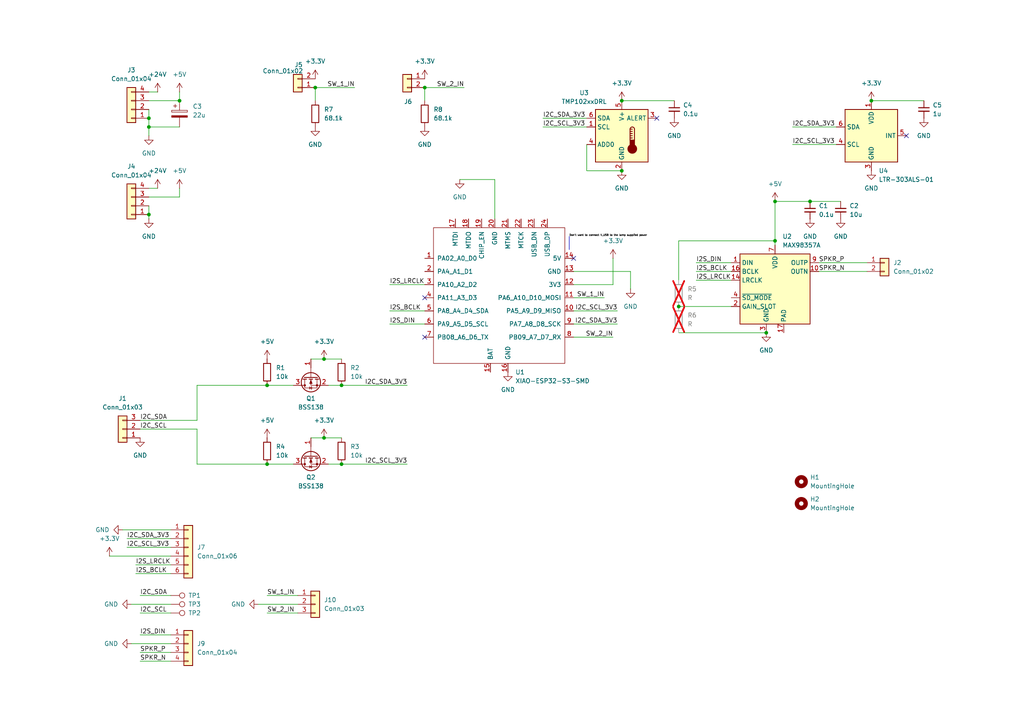
<source format=kicad_sch>
(kicad_sch (version 20250114) (generator "eeschema") (generator_version "9.0")
  (paper "A4")
  (lib_symbols
    (symbol "Audio:MAX98357A"
      (property "Reference" "U" (at -8.89 11.43 0))
      (property "Value" "MAX98357A" (at 10.16 11.43 0))
      (symbol "MAX98357A_1_1"
        (rectangle (start -10.16 10.16) (end 10.16 -10.16) (stroke (width 0.254)) (fill (type background)))
        (pin input line (at -12.7 7.62 0) (length 2.54) (name "DIN") (number "1"))
        (pin input line (at -12.7 5.08 0) (length 2.54) (name "BCLK") (number "16"))
        (pin input line (at -12.7 2.54 0) (length 2.54) (name "LRCLK") (number "14"))
        (pin input line (at -12.7 -2.54 0) (length 2.54) (name "~{SD_MODE}") (number "4"))
        (pin passive line (at -12.7 -5.08 0) (length 2.54) (name "GAIN_SLOT") (number "2"))
        (pin passive line (at -2.54 -12.7 90) (length 2.54) (hide yes) (name "GND") (number "11"))
        (pin passive line (at -2.54 -12.7 90) (length 2.54) (hide yes) (name "GND") (number "15"))
        (pin power_in line (at -2.54 -12.7 90) (length 2.54) (name "GND") (number "3"))
        (pin power_in line (at 0 12.7 270) (length 2.54) (name "VDD") (number "7"))
        (pin passive line (at 0 12.7 270) (length 2.54) (hide yes) (name "VDD") (number "8"))
        (pin unspecified line (at 2.54 -12.7 90) (length 2.54) (name "PAD") (number "17"))
        (pin no_connect line (at 10.16 2.54 180) (length 2.54) (hide yes) (name "NC") (number "5"))
        (pin no_connect line (at 10.16 0 180) (length 2.54) (hide yes) (name "NC") (number "6"))
        (pin no_connect line (at 10.16 -5.08 180) (length 2.54) (hide yes) (name "NC") (number "12"))
        (pin no_connect line (at 10.16 -7.62 180) (length 2.54) (hide yes) (name "NC") (number "13"))
        (pin output line (at 12.7 7.62 180) (length 2.54) (name "OUTP") (number "9"))
        (pin output line (at 12.7 5.08 180) (length 2.54) (name "OUTN") (number "10"))
      )
    )
    (symbol "Connector:TestPoint" (pin_numbers (hide yes)) (pin_names (offset 0.762) (hide yes))
      (property "Reference" "TP" (at 0 6.858 0))
      (property "Value" "TestPoint" (at 0 5.08 0))
      (symbol "TestPoint_0_1"
        (circle (center 0 3.302) (radius 0.762))
      )
      (symbol "TestPoint_1_1"
        (pin passive line (at 0 0 90) (length 2.54) (name "1") (number "1"))
      )
    )
    (symbol "Connector_Generic:Conn_01x02" (pin_names (offset 1.016) (hide yes))
      (property "Reference" "J" (at 0 2.54 0))
      (property "Value" "Conn_01x02" (at 0 -5.08 0))
      (symbol "Conn_01x02_1_1"
        (rectangle (start -1.27 1.27) (end 1.27 -3.81) (stroke (width 0.254)) (fill (type background)))
        (rectangle (start -1.27 0.127) (end 0 -0.127) (stroke (width 0.1524)))
        (rectangle (start -1.27 -2.413) (end 0 -2.667) (stroke (width 0.1524)))
        (pin passive line (at -5.08 0 0) (length 3.81) (name "Pin_1") (number "1"))
        (pin passive line (at -5.08 -2.54 0) (length 3.81) (name "Pin_2") (number "2"))
      )
    )
    (symbol "Connector_Generic:Conn_01x03" (pin_names (offset 1.016) (hide yes))
      (property "Reference" "J" (at 0 5.08 0))
      (property "Value" "Conn_01x03" (at 0 -5.08 0))
      (symbol "Conn_01x03_1_1"
        (rectangle (start -1.27 3.81) (end 1.27 -3.81) (stroke (width 0.254)) (fill (type background)))
        (rectangle (start -1.27 2.667) (end 0 2.413) (stroke (width 0.1524)))
        (rectangle (start -1.27 0.127) (end 0 -0.127) (stroke (width 0.1524)))
        (rectangle (start -1.27 -2.413) (end 0 -2.667) (stroke (width 0.1524)))
        (pin passive line (at -5.08 2.54 0) (length 3.81) (name "Pin_1") (number "1"))
        (pin passive line (at -5.08 0 0) (length 3.81) (name "Pin_2") (number "2"))
        (pin passive line (at -5.08 -2.54 0) (length 3.81) (name "Pin_3") (number "3"))
      )
    )
    (symbol "Connector_Generic:Conn_01x04" (pin_names (offset 1.016) (hide yes))
      (property "Reference" "J" (at 0 5.08 0))
      (property "Value" "Conn_01x04" (at 0 -7.62 0))
      (symbol "Conn_01x04_1_1"
        (rectangle (start -1.27 3.81) (end 1.27 -6.35) (stroke (width 0.254)) (fill (type background)))
        (rectangle (start -1.27 2.667) (end 0 2.413) (stroke (width 0.1524)))
        (rectangle (start -1.27 0.127) (end 0 -0.127) (stroke (width 0.1524)))
        (rectangle (start -1.27 -2.413) (end 0 -2.667) (stroke (width 0.1524)))
        (rectangle (start -1.27 -4.953) (end 0 -5.207) (stroke (width 0.1524)))
        (pin passive line (at -5.08 2.54 0) (length 3.81) (name "Pin_1") (number "1"))
        (pin passive line (at -5.08 0 0) (length 3.81) (name "Pin_2") (number "2"))
        (pin passive line (at -5.08 -2.54 0) (length 3.81) (name "Pin_3") (number "3"))
        (pin passive line (at -5.08 -5.08 0) (length 3.81) (name "Pin_4") (number "4"))
      )
    )
    (symbol "Connector_Generic:Conn_01x06" (pin_names (offset 1.016) (hide yes))
      (property "Reference" "J" (at 0 7.62 0))
      (property "Value" "Conn_01x06" (at 0 -10.16 0))
      (symbol "Conn_01x06_1_1"
        (rectangle (start -1.27 6.35) (end 1.27 -8.89) (stroke (width 0.254)) (fill (type background)))
        (rectangle (start -1.27 5.207) (end 0 4.953) (stroke (width 0.1524)))
        (rectangle (start -1.27 2.667) (end 0 2.413) (stroke (width 0.1524)))
        (rectangle (start -1.27 0.127) (end 0 -0.127) (stroke (width 0.1524)))
        (rectangle (start -1.27 -2.413) (end 0 -2.667) (stroke (width 0.1524)))
        (rectangle (start -1.27 -4.953) (end 0 -5.207) (stroke (width 0.1524)))
        (rectangle (start -1.27 -7.493) (end 0 -7.747) (stroke (width 0.1524)))
        (pin passive line (at -5.08 5.08 0) (length 3.81) (name "Pin_1") (number "1"))
        (pin passive line (at -5.08 2.54 0) (length 3.81) (name "Pin_2") (number "2"))
        (pin passive line (at -5.08 0 0) (length 3.81) (name "Pin_3") (number "3"))
        (pin passive line (at -5.08 -2.54 0) (length 3.81) (name "Pin_4") (number "4"))
        (pin passive line (at -5.08 -5.08 0) (length 3.81) (name "Pin_5") (number "5"))
        (pin passive line (at -5.08 -7.62 0) (length 3.81) (name "Pin_6") (number "6"))
      )
    )
    (symbol "Device:C_Polarized" (pin_numbers (hide yes)) (pin_names (offset 0.254))
      (property "Reference" "C" (at 0.635 2.54 0))
      (property "Value" "C_Polarized" (at 0.635 -2.54 0))
      (symbol "C_Polarized_0_1"
        (rectangle (start -2.286 0.508) (end 2.286 1.016))
        (polyline (pts (xy -1.778 2.286) (xy -0.762 2.286)))
        (polyline (pts (xy -1.27 2.794) (xy -1.27 1.778)))
        (rectangle (start 2.286 -0.508) (end -2.286 -1.016) (fill (type outline)))
      )
      (symbol "C_Polarized_1_1"
        (pin passive line (at 0 3.81 270) (length 2.794) (name "~") (number "1"))
        (pin passive line (at 0 -3.81 90) (length 2.794) (name "~") (number "2"))
      )
    )
    (symbol "Device:C_Small" (pin_numbers (hide yes)) (pin_names (offset 0.254) (hide yes))
      (property "Reference" "C" (at 0.254 1.778 0))
      (property "Value" "C_Small" (at 0.254 -2.032 0))
      (symbol "C_Small_0_1"
        (polyline (pts (xy -1.524 0.508) (xy 1.524 0.508)) (stroke (width 0.3048)))
        (polyline (pts (xy -1.524 -0.508) (xy 1.524 -0.508)) (stroke (width 0.3302)))
      )
      (symbol "C_Small_1_1"
        (pin passive line (at 0 2.54 270) (length 2.032) (name "~") (number "1"))
        (pin passive line (at 0 -2.54 90) (length 2.032) (name "~") (number "2"))
      )
    )
    (symbol "Device:R" (pin_numbers (hide yes)) (pin_names (offset 0))
      (property "Reference" "R" (at 2.032 0 90))
      (property "Value" "R" (at 0 0 90))
      (symbol "R_0_1"
        (rectangle (start -1.016 -2.54) (end 1.016 2.54) (stroke (width 0.254)))
      )
      (symbol "R_1_1"
        (pin passive line (at 0 3.81 270) (length 1.27) (name "~") (number "1"))
        (pin passive line (at 0 -3.81 90) (length 1.27) (name "~") (number "2"))
      )
    )
    (symbol "Mechanical:MountingHole" (pin_names (offset 1.016)) (in_bom no)
      (property "Reference" "H" (at 0 5.08 0))
      (property "Value" "MountingHole" (at 0 3.175 0))
      (symbol "MountingHole_0_1"
        (circle (center 0 0) (radius 1.27) (stroke (width 1.27)))
      )
    )
    (symbol "Seeed_Studio_XIAO_Series-20240814:XIAO-ESP32-S3-SMD" (pin_names (offset 1.016))
      (property "Reference" "U" (at -18.542 23.114 0))
      (property "Value" "XIAO-ESP32-S3-SMD" (at -8.382 21.336 0))
      (symbol "XIAO-ESP32-S3-SMD_0_1"
        (rectangle (start 19.05 -19.05) (end -19.05 20.32))
      )
      (symbol "XIAO-ESP32-S3-SMD_1_1"
        (pin passive line (at -21.59 11.43 0) (length 2.54) (name "PA02_A0_D0") (number "1"))
        (pin passive line (at -21.59 7.62 0) (length 2.54) (name "PA4_A1_D1") (number "2"))
        (pin passive line (at -21.59 3.81 0) (length 2.54) (name "PA10_A2_D2") (number "3"))
        (pin passive line (at -21.59 0 0) (length 2.54) (name "PA11_A3_D3") (number "4"))
        (pin passive line (at -21.59 -3.81 0) (length 2.54) (name "PA8_A4_D4_SDA") (number "5"))
        (pin passive line (at -21.59 -7.62 0) (length 2.54) (name "PA9_A5_D5_SCL") (number "6"))
        (pin passive line (at -21.59 -11.43 0) (length 2.54) (name "PB08_A6_D6_TX") (number "7"))
        (pin passive line (at -12.7 22.86 270) (length 2.54) (name "MTDI") (number "17"))
        (pin passive line (at -8.89 22.86 270) (length 2.54) (name "MTDO") (number "18"))
        (pin passive line (at -5.08 22.86 270) (length 2.54) (name "CHIP_EN") (number "19"))
        (pin passive line (at -2.54 -21.59 90) (length 2.54) (name "BAT") (number "15"))
        (pin passive line (at -1.27 22.86 270) (length 2.54) (name "GND") (number "20"))
        (pin passive line (at 2.54 22.86 270) (length 2.54) (name "MTMS") (number "21"))
        (pin passive line (at 2.54 -21.59 90) (length 2.54) (name "GND") (number "16"))
        (pin passive line (at 6.35 22.86 270) (length 2.54) (name "MTCK") (number "22"))
        (pin passive line (at 10.16 22.86 270) (length 2.54) (name "USB_DN") (number "23"))
        (pin passive line (at 13.97 22.86 270) (length 2.54) (name "USB_DP") (number "24"))
        (pin passive line (at 21.59 11.43 180) (length 2.54) (name "5V") (number "14"))
        (pin passive line (at 21.59 7.62 180) (length 2.54) (name "GND") (number "13"))
        (pin passive line (at 21.59 3.81 180) (length 2.54) (name "3V3") (number "12"))
        (pin passive line (at 21.59 0 180) (length 2.54) (name "PA6_A10_D10_MOSI") (number "11"))
        (pin passive line (at 21.59 -3.81 180) (length 2.54) (name "PA5_A9_D9_MISO") (number "10"))
        (pin passive line (at 21.59 -7.62 180) (length 2.54) (name "PA7_A8_D8_SCK") (number "9"))
        (pin passive line (at 21.59 -11.43 180) (length 2.54) (name "PB09_A7_D7_RX") (number "8"))
      )
    )
    (symbol "Sensor_Optical:LTR-303ALS-01"
      (property "Reference" "U" (at -7.62 8.89 0))
      (property "Value" "LTR-303ALS-01" (at 1.27 8.89 0))
      (symbol "LTR-303ALS-01_0_1"
        (rectangle (start -7.62 7.62) (end 7.62 -7.62) (stroke (width 0.254)) (fill (type background)))
      )
      (symbol "LTR-303ALS-01_1_1"
        (pin bidirectional line (at -10.16 2.54 0) (length 2.54) (name "SDA") (number "6"))
        (pin input line (at -10.16 -2.54 0) (length 2.54) (name "SCL") (number "4"))
        (pin power_in line (at 0 10.16 270) (length 2.54) (name "VDD") (number "1"))
        (pin power_in line (at 0 -10.16 90) (length 2.54) (name "GND") (number "3"))
        (pin no_connect line (at 7.62 -2.54 180) (length 2.54) (hide yes) (name "NC") (number "2"))
        (pin open_collector line (at 10.16 0 180) (length 2.54) (name "INT") (number "5"))
      )
    )
    (symbol "Sensor_Temperature:TMP102xxDRL"
      (property "Reference" "U" (at -2.54 10.795 0))
      (property "Value" "TMP102xxDRL" (at -2.54 8.89 0))
      (symbol "TMP102xxDRL_0_1"
        (rectangle (start -7.62 7.62) (end 7.62 -7.62) (stroke (width 0.254)) (fill (type background)))
      )
      (symbol "TMP102xxDRL_1_1"
        (polyline (pts (xy 2.413 1.905) (xy 2.413 -1.27)) (stroke (width 0.254)))
        (polyline (pts (xy 2.413 1.905) (xy 3.048 1.905)) (stroke (width 0.254)))
        (polyline (pts (xy 2.413 1.27) (xy 3.048 1.27)) (stroke (width 0.254)))
        (polyline (pts (xy 2.413 0.635) (xy 3.048 0.635)) (stroke (width 0.254)))
        (polyline (pts (xy 2.413 0) (xy 3.048 0)) (stroke (width 0.254)))
        (polyline (pts (xy 2.413 -0.635) (xy 3.048 -0.635)) (stroke (width 0.254)))
        (arc (start 2.413 1.905) (mid 3.048 2.5373) (end 3.683 1.905) (stroke (width 0.254)))
        (circle (center 3.048 -3.81) (radius 1.27) (stroke (width 0.254)) (fill (type outline)))
        (polyline (pts (xy 3.683 1.905) (xy 3.683 -1.27)) (stroke (width 0.254)))
        (rectangle (start 3.683 -3.175) (end 2.413 -1.27) (stroke (width 0.254)) (fill (type outline)))
        (pin bidirectional line (at -10.16 5.08 0) (length 2.54) (name "SDA") (number "6"))
        (pin input line (at -10.16 2.54 0) (length 2.54) (name "SCL") (number "1"))
        (pin input line (at -10.16 -2.54 0) (length 2.54) (name "ADD0") (number "4"))
        (pin power_in line (at 0 10.16 270) (length 2.54) (name "V+") (number "5"))
        (pin power_in line (at 0 -10.16 90) (length 2.54) (name "GND") (number "2"))
        (pin open_collector line (at 10.16 5.08 180) (length 2.54) (name "ALERT") (number "3"))
      )
    )
    (symbol "Transistor_FET:BSS138" (pin_names (offset 0) (hide yes))
      (property "Reference" "Q" (at 5.08 1.905 0))
      (property "Value" "BSS138" (at 5.08 0 0))
      (symbol "BSS138_0_1"
        (polyline (pts (xy 0.254 1.905) (xy 0.254 -1.905)) (stroke (width 0.254)))
        (polyline (pts (xy 0.254 0) (xy -2.54 0)))
        (polyline (pts (xy 0.762 2.286) (xy 0.762 1.27)) (stroke (width 0.254)))
        (polyline (pts (xy 0.762 0.508) (xy 0.762 -0.508)) (stroke (width 0.254)))
        (polyline (pts (xy 0.762 -1.27) (xy 0.762 -2.286)) (stroke (width 0.254)))
        (polyline (pts (xy 0.762 -1.778) (xy 3.302 -1.778) (xy 3.302 1.778) (xy 0.762 1.778)))
        (polyline (pts (xy 1.016 0) (xy 2.032 0.381) (xy 2.032 -0.381) (xy 1.016 0)) (fill (type outline)))
        (circle (center 1.651 0) (radius 2.794) (stroke (width 0.254)))
        (polyline (pts (xy 2.54 2.54) (xy 2.54 1.778)))
        (circle (center 2.54 1.778) (radius 0.254) (fill (type outline)))
        (circle (center 2.54 -1.778) (radius 0.254) (fill (type outline)))
        (polyline (pts (xy 2.54 -2.54) (xy 2.54 0) (xy 0.762 0)))
        (polyline (pts (xy 2.921 0.381) (xy 3.683 0.381)))
        (polyline (pts (xy 3.302 0.381) (xy 2.921 -0.254) (xy 3.683 -0.254) (xy 3.302 0.381)))
      )
      (symbol "BSS138_1_1"
        (pin input line (at -5.08 0 0) (length 2.54) (name "G") (number "1"))
        (pin passive line (at 2.54 5.08 270) (length 2.54) (name "D") (number "3"))
        (pin passive line (at 2.54 -5.08 90) (length 2.54) (name "S") (number "2"))
      )
    )
    (symbol "power:+24V" (power) (pin_numbers (hide yes)) (pin_names (offset 0) (hide yes))
      (property "Value" "+24V" (at 0 3.556 0))
      (symbol "+24V_0_1"
        (polyline (pts (xy -0.762 1.27) (xy 0 2.54)))
        (polyline (pts (xy 0 2.54) (xy 0.762 1.27)))
        (polyline (pts (xy 0 0) (xy 0 2.54)))
      )
      (symbol "+24V_1_1"
        (pin power_in line (at 0 0 90) (length 0) (name "~") (number "1"))
      )
    )
    (symbol "power:+3.3V" (power) (pin_numbers (hide yes)) (pin_names (offset 0) (hide yes))
      (property "Value" "+3.3V" (at 0 3.556 0))
      (symbol "+3.3V_0_1"
        (polyline (pts (xy -0.762 1.27) (xy 0 2.54)))
        (polyline (pts (xy 0 2.54) (xy 0.762 1.27)))
        (polyline (pts (xy 0 0) (xy 0 2.54)))
      )
      (symbol "+3.3V_1_1"
        (pin power_in line (at 0 0 90) (length 0) (name "~") (number "1"))
      )
    )
    (symbol "power:+5V" (power) (pin_numbers (hide yes)) (pin_names (offset 0) (hide yes))
      (property "Value" "+5V" (at 0 3.556 0))
      (symbol "+5V_0_1"
        (polyline (pts (xy -0.762 1.27) (xy 0 2.54)))
        (polyline (pts (xy 0 2.54) (xy 0.762 1.27)))
        (polyline (pts (xy 0 0) (xy 0 2.54)))
      )
      (symbol "+5V_1_1"
        (pin power_in line (at 0 0 90) (length 0) (name "~") (number "1"))
      )
    )
    (symbol "power:GND" (power) (pin_numbers (hide yes)) (pin_names (offset 0) (hide yes))
      (property "Value" "GND" (at 0 -3.81 0))
      (symbol "GND_0_1"
        (polyline (pts (xy 0 0) (xy 0 -1.27) (xy 1.27 -1.27) (xy 0 -2.54) (xy -1.27 -1.27) (xy 0 -1.27)))
      )
      (symbol "GND_1_1"
        (pin power_in line (at 0 0 270) (length 0) (name "~") (number "1"))
      )
    )
  )
  (junction (at 196.85 88.9))
  (junction (at 93.98 104.14))
  (junction (at 123.19 25.4))
  (junction (at 91.44 25.4))
  (junction (at 180.34 29.21))
  (junction (at 43.18 34.29))
  (junction (at 222.25 96.52))
  (junction (at 224.79 69.85))
  (junction (at 224.79 58.42))
  (junction (at 180.34 49.53))
  (junction (at 93.98 127))
  (junction (at 234.95 58.42))
  (junction (at 99.06 134.62))
  (junction (at 77.47 111.76))
  (junction (at 77.47 134.62))
  (junction (at 99.06 111.76))
  (junction (at 43.18 36.83))
  (junction (at 252.73 29.21))
  (junction (at 52.07 29.21))
  (junction (at 43.18 62.23))
  (no_connect (at 190.5 34.29))
  (no_connect (at 123.19 97.79))
  (no_connect (at 262.89 39.37))
  (no_connect (at 123.19 86.36))
  (no_connect (at 166.37 74.93))
  (wire (pts (xy 180.34 49.53) (xy 170.18 49.53)))
  (wire (pts (xy 179.07 90.17) (xy 166.37 90.17)))
  (wire (pts (xy 40.64 124.46) (xy 57.15 124.46)))
  (wire (pts (xy 43.18 31.75) (xy 43.18 34.29)))
  (wire (pts (xy 196.85 81.28) (xy 196.85 69.85)))
  (wire (pts (xy 91.44 25.4) (xy 102.87 25.4)))
  (wire (pts (xy 180.34 29.21) (xy 195.58 29.21)))
  (wire (pts (xy 43.18 26.67) (xy 45.72 26.67)))
  (wire (pts (xy 91.44 25.4) (xy 91.44 29.21)))
  (wire (pts (xy 95.25 134.62) (xy 99.06 134.62)))
  (wire (pts (xy 224.79 58.42) (xy 224.79 69.85)))
  (wire (pts (xy 57.15 111.76) (xy 57.15 121.92)))
  (wire (pts (xy 57.15 134.62) (xy 77.47 134.62)))
  (wire (pts (xy 123.19 25.4) (xy 134.62 25.4)))
  (wire (pts (xy 113.03 90.17) (xy 123.19 90.17)))
  (wire (pts (xy 170.18 36.83) (xy 157.48 36.83)))
  (wire (pts (xy 77.47 134.62) (xy 85.09 134.62)))
  (polyline (pts (xy 165.1 68.58) (xy 165.1 72.39)))
  (wire (pts (xy 237.49 76.2) (xy 251.46 76.2)))
  (wire (pts (xy 201.93 81.28) (xy 212.09 81.28)))
  (wire (pts (xy 166.37 82.55) (xy 177.8 82.55)))
  (wire (pts (xy 170.18 49.53) (xy 170.18 41.91)))
  (wire (pts (xy 166.37 97.79) (xy 177.8 97.79)))
  (wire (pts (xy 157.48 34.29) (xy 170.18 34.29)))
  (wire (pts (xy 43.18 54.61) (xy 45.72 54.61)))
  (wire (pts (xy 99.06 111.76) (xy 118.11 111.76)))
  (wire (pts (xy 31.75 161.29) (xy 49.53 161.29)))
  (wire (pts (xy 234.95 58.42) (xy 243.84 58.42)))
  (wire (pts (xy 143.51 52.07) (xy 143.51 63.5)))
  (wire (pts (xy 40.64 177.8) (xy 49.53 177.8)))
  (wire (pts (xy 38.1 175.26) (xy 49.53 175.26)))
  (wire (pts (xy 43.18 36.83) (xy 43.18 39.37)))
  (wire (pts (xy 77.47 172.72) (xy 86.36 172.72)))
  (wire (pts (xy 99.06 134.62) (xy 118.11 134.62)))
  (wire (pts (xy 90.17 127) (xy 93.98 127)))
  (wire (pts (xy 229.87 36.83) (xy 242.57 36.83)))
  (wire (pts (xy 93.98 104.14) (xy 99.06 104.14)))
  (wire (pts (xy 93.98 127) (xy 99.06 127)))
  (wire (pts (xy 52.07 26.67) (xy 52.07 29.21)))
  (wire (pts (xy 196.85 69.85) (xy 224.79 69.85)))
  (wire (pts (xy 177.8 74.93) (xy 177.8 82.55)))
  (wire (pts (xy 40.64 191.77) (xy 49.53 191.77)))
  (wire (pts (xy 40.64 184.15) (xy 49.53 184.15)))
  (wire (pts (xy 40.64 172.72) (xy 49.53 172.72)))
  (wire (pts (xy 40.64 189.23) (xy 49.53 189.23)))
  (wire (pts (xy 201.93 78.74) (xy 212.09 78.74)))
  (wire (pts (xy 39.37 166.37) (xy 49.53 166.37)))
  (wire (pts (xy 90.17 104.14) (xy 93.98 104.14)))
  (wire (pts (xy 242.57 41.91) (xy 229.87 41.91)))
  (wire (pts (xy 224.79 69.85) (xy 224.79 71.12)))
  (wire (pts (xy 43.18 62.23) (xy 43.18 63.5)))
  (wire (pts (xy 43.18 57.15) (xy 52.07 57.15)))
  (wire (pts (xy 43.18 36.83) (xy 52.07 36.83)))
  (wire (pts (xy 196.85 96.52) (xy 222.25 96.52)))
  (wire (pts (xy 224.79 58.42) (xy 234.95 58.42)))
  (wire (pts (xy 39.37 163.83) (xy 49.53 163.83)))
  (wire (pts (xy 133.35 52.07) (xy 143.51 52.07)))
  (wire (pts (xy 166.37 78.74) (xy 182.88 78.74)))
  (wire (pts (xy 36.83 156.21) (xy 49.53 156.21)))
  (wire (pts (xy 166.37 86.36) (xy 175.26 86.36)))
  (wire (pts (xy 74.93 175.26) (xy 86.36 175.26)))
  (wire (pts (xy 123.19 25.4) (xy 123.19 29.21)))
  (wire (pts (xy 182.88 78.74) (xy 182.88 83.82)))
  (wire (pts (xy 77.47 177.8) (xy 86.36 177.8)))
  (wire (pts (xy 113.03 82.55) (xy 123.19 82.55)))
  (wire (pts (xy 57.15 111.76) (xy 77.47 111.76)))
  (wire (pts (xy 52.07 54.61) (xy 52.07 57.15)))
  (wire (pts (xy 43.18 29.21) (xy 52.07 29.21)))
  (wire (pts (xy 38.1 186.69) (xy 49.53 186.69)))
  (wire (pts (xy 43.18 59.69) (xy 43.18 62.23)))
  (wire (pts (xy 237.49 78.74) (xy 251.46 78.74)))
  (wire (pts (xy 77.47 111.76) (xy 85.09 111.76)))
  (wire (pts (xy 36.83 158.75) (xy 49.53 158.75)))
  (wire (pts (xy 196.85 88.9) (xy 212.09 88.9)))
  (wire (pts (xy 57.15 121.92) (xy 40.64 121.92)))
  (wire (pts (xy 201.93 76.2) (xy 212.09 76.2)))
  (wire (pts (xy 43.18 34.29) (xy 43.18 36.83)))
  (wire (pts (xy 57.15 124.46) (xy 57.15 134.62)))
  (wire (pts (xy 95.25 111.76) (xy 99.06 111.76)))
  (wire (pts (xy 113.03 93.98) (xy 123.19 93.98)))
  (wire (pts (xy 179.07 93.98) (xy 166.37 93.98)))
  (wire (pts (xy 35.56 153.67) (xy 49.53 153.67)))
  (wire (pts (xy 252.73 29.21) (xy 267.97 29.21)))
  (label "SW_2_IN" (at 177.8 97.79 180))
  (label "I2C_SCL_3V3" (at 157.48 36.83 0))
  (label "I2C_SCL_3V3" (at 118.11 134.62 180))
  (label "I2C_SDA_3V3" (at 179.07 93.98 180))
  (label "SW_1_IN" (at 77.47 172.72 0))
  (label "I2C_SDA_3V3" (at 36.83 156.21 0))
  (label "I2C_SDA" (at 40.64 172.72 0))
  (label "I2S_BCLK" (at 113.03 90.17 0))
  (label "SPKR_P" (at 237.49 76.2 0))
  (label "SPKR_N" (at 237.49 78.74 0))
  (label "SW_2_IN" (at 77.47 177.8 0))
  (label "SW_2_IN" (at 134.62 25.4 180))
  (label "I2S_BCLK" (at 39.37 166.37 0))
  (label "I2S_DIN" (at 113.03 93.98 0))
  (label "Don't want to connect V_USB to the lamp supplied power" (at 165.1 68.58 0) (effects (font (size 0.508 0.508))))
  (label "I2C_SDA_3V3" (at 157.48 34.29 0))
  (label "I2C_SCL_3V3" (at 36.83 158.75 0))
  (label "SPKR_N" (at 40.64 191.77 0))
  (label "I2S_BCLK" (at 201.93 78.74 0))
  (label "I2S_LRCLK" (at 113.03 82.55 0))
  (label "I2S_LRCLK" (at 39.37 163.83 0))
  (label "I2C_SCL" (at 40.64 177.8 0))
  (label "SW_1_IN" (at 175.26 86.36 180))
  (label "I2S_LRCLK" (at 201.93 81.28 0))
  (label "I2C_SCL" (at 40.64 124.46 0))
  (label "I2C_SDA_3V3" (at 229.87 36.83 0))
  (label "SW_1_IN" (at 102.87 25.4 180))
  (label "I2C_SCL_3V3" (at 179.07 90.17 180))
  (label "I2C_SDA" (at 40.64 121.92 0))
  (label "I2C_SDA_3V3" (at 118.11 111.76 180))
  (label "I2C_SCL_3V3" (at 229.87 41.91 0))
  (label "I2S_DIN" (at 201.93 76.2 0))
  (label "I2S_DIN" (at 40.64 184.15 0))
  (label "SPKR_P" (at 40.64 189.23 0))
  (symbol (lib_id "Mechanical:MountingHole") (at 232.41 146.05 0) (unit 1) (in_bom no)
    (property "Reference" "H2" (at 234.95 144.7799 0) (effects (justify left)))
    (property "Value" "MountingHole" (at 234.95 147.3199 0) (effects (justify left)))
    (property "Footprint" "MountingHole:MountingHole_2.2mm_M2" (effects (hide yes)))
    (property "Description" "Mounting Hole without connection" (effects (hide yes)))
  )
  (symbol (lib_id "power:GND") (at 43.18 39.37 0) (unit 1)
    (property "Reference" "#PWR01" (effects (hide yes)))
    (property "Value" "GND" (at 43.18 44.45 0))
    (property "Description" "Power symbol creates a global label with name \"GND\" , ground" (effects (hide yes)))
  )
  (symbol (lib_id "Connector_Generic:Conn_01x02") (at 86.36 25.4 180) (unit 1)
    (property "Reference" "J5" (at 86.614 18.796 0))
    (property "Value" "Conn_01x02" (at 82.042 20.574 0))
    (property "Footprint" "Connector_JST:JST_PH_B2B-PH-K_1x02_P2.00mm_Vertical" (effects (hide yes)))
    (property "Description" "Generic connector, single row, 01x02, script generated (kicad-library-utils/schlib/autogen/connector/)" (effects (hide yes)))
  )
  (symbol (lib_id "power:GND") (at 147.32 107.95 0) (unit 1)
    (property "Reference" "#PWR04" (effects (hide yes)))
    (property "Value" "GND" (at 147.32 113.03 0))
    (property "Description" "Power symbol creates a global label with name \"GND\" , ground" (effects (hide yes)))
  )
  (symbol (lib_id "power:GND") (at 38.1 175.26 270) (unit 1)
    (property "Reference" "#PWR032" (effects (hide yes)))
    (property "Value" "GND" (at 34.29 175.2599 90) (effects (justify right)))
    (property "Description" "Power symbol creates a global label with name \"GND\" , ground" (effects (hide yes)))
  )
  (symbol (lib_id "Connector_Generic:Conn_01x06") (at 54.61 158.75 0) (unit 1)
    (property "Reference" "J7" (at 57.15 158.7499 0) (effects (justify left)))
    (property "Value" "Conn_01x06" (at 57.15 161.2899 0) (effects (justify left)))
    (property "Footprint" "Connector_PinHeader_1.00mm:PinHeader_1x06_P1.00mm_Vertical" (effects (hide yes)))
    (property "Description" "Generic connector, single row, 01x06, script generated (kicad-library-utils/schlib/autogen/connector/)" (effects (hide yes)))
  )
  (symbol (lib_id "Device:R") (at 99.06 130.81 0) (unit 1)
    (property "Reference" "R3" (at 101.6 129.5399 0) (effects (justify left)))
    (property "Value" "10k" (at 101.6 132.0799 0) (effects (justify left)))
    (property "Footprint" "Resistor_SMD:R_0603_1608Metric" (effects (hide yes)))
    (property "Description" "Resistor" (effects (hide yes)))
  )
  (symbol (lib_id "Device:R") (at 123.19 33.02 0) (unit 1)
    (property "Reference" "R8" (at 125.73 31.7499 0) (effects (justify left)))
    (property "Value" "68.1k" (at 125.73 34.2899 0) (effects (justify left)))
    (property "Footprint" "Resistor_SMD:R_0603_1608Metric" (effects (hide yes)))
    (property "Description" "Resistor" (effects (hide yes)))
  )
  (symbol (lib_id "Seeed_Studio_XIAO_Series-20240814:XIAO-ESP32-S3-SMD") (at 144.78 86.36 0) (unit 1)
    (property "Reference" "U1" (at 149.4633 107.95 0) (effects (justify left)))
    (property "Value" "XIAO-ESP32-S3-SMD" (at 149.4633 110.49 0) (effects (justify left)))
    (property "Footprint" "Seeed_Studio_XIAO_Series:XIAO-ESP32-S3-SMD" (effects (hide yes)))
  )
  (symbol (lib_id "power:GND") (at 182.88 83.82 0) (unit 1)
    (property "Reference" "#PWR016" (effects (hide yes)))
    (property "Value" "GND" (at 182.88 88.9 0))
    (property "Description" "Power symbol creates a global label with name \"GND\" , ground" (effects (hide yes)))
  )
  (symbol (lib_id "Audio:MAX98357A") (at 224.79 83.82 0) (unit 1)
    (property "Reference" "U2" (at 226.9333 68.58 0) (effects (justify left)))
    (property "Value" "MAX98357A" (at 226.9333 71.12 0) (effects (justify left)))
    (property "Footprint" "Package_DFN_QFN:TQFN-16-1EP_3x3mm_P0.5mm_EP1.23x1.23mm" (effects (hide yes)))
    (property "Datasheet" "https://www.analog.com/media/en/technical-documentation/data-sheets/MAX98357A-MAX98357B.pdf" (effects (hide yes)))
    (property "Description" "Mono DAC with amplifier, I2S, PCM, TDM, 32-bit, 96khz, 3.2W, TQFP-16" (effects (hide yes)))
  )
  (symbol (lib_id "power:+24V") (at 45.72 26.67 0) (unit 1)
    (property "Reference" "#PWR02" (effects (hide yes)))
    (property "Value" "+24V" (at 45.72 21.59 0))
    (property "Description" "Power symbol creates a global label with name \"+24V\"" (effects (hide yes)))
  )
  (symbol (lib_id "Connector_Generic:Conn_01x02") (at 118.11 22.86 0) (mirror y) (unit 1)
    (property "Reference" "J6" (at 118.364 29.464 0))
    (property "Value" "Conn_01x02" (effects (hide yes)))
    (property "Footprint" "Connector_JST:JST_PH_B2B-PH-K_1x02_P2.00mm_Vertical" (effects (hide yes)))
    (property "Description" "Generic connector, single row, 01x02, script generated (kicad-library-utils/schlib/autogen/connector/)" (effects (hide yes)))
  )
  (symbol (lib_id "Connector:TestPoint") (at 49.53 172.72 270) (unit 1)
    (property "Reference" "TP1" (at 54.61 172.7199 90) (effects (justify left)))
    (property "Value" "TestPoint" (effects (hide yes)))
    (property "Footprint" "TestPoint:TestPoint_Pad_D1.5mm" (effects (hide yes)))
    (property "Description" "test point" (effects (hide yes)))
  )
  (symbol (lib_id "power:GND") (at 91.44 36.83 0) (unit 1)
    (property "Reference" "#PWR022" (effects (hide yes)))
    (property "Value" "GND" (at 91.44 41.91 0))
    (property "Description" "Power symbol creates a global label with name \"GND\" , ground" (effects (hide yes)))
  )
  (symbol (lib_id "power:GND") (at 267.97 34.29 0) (unit 1)
    (property "Reference" "#PWR028" (effects (hide yes)))
    (property "Value" "GND" (at 267.97 39.37 0))
    (property "Description" "Power symbol creates a global label with name \"GND\" , ground" (effects (hide yes)))
  )
  (symbol (lib_id "power:GND") (at 195.58 34.29 0) (unit 1)
    (property "Reference" "#PWR027" (effects (hide yes)))
    (property "Value" "GND" (at 195.58 39.37 0))
    (property "Description" "Power symbol creates a global label with name \"GND\" , ground" (effects (hide yes)))
  )
  (symbol (lib_id "power:+3.3V") (at 180.34 29.21 0) (unit 1)
    (property "Reference" "#PWR025" (effects (hide yes)))
    (property "Value" "+3.3V" (at 180.34 24.13 0))
    (property "Description" "Power symbol creates a global label with name \"+3.3V\"" (effects (hide yes)))
  )
  (symbol (lib_id "Connector:TestPoint") (at 49.53 175.26 270) (unit 1)
    (property "Reference" "TP3" (at 54.61 175.2599 90) (effects (justify left)))
    (property "Value" "TestPoint" (effects (hide yes)))
    (property "Footprint" "TestPoint:TestPoint_Pad_D1.5mm" (effects (hide yes)))
    (property "Description" "test point" (effects (hide yes)))
  )
  (symbol (lib_id "Connector_Generic:Conn_01x04") (at 38.1 31.75 180) (unit 1)
    (property "Reference" "J3" (at 38.1 20.32 0))
    (property "Value" "Conn_01x04" (at 38.1 22.86 0))
    (property "Footprint" "Connector_JST:JST_PH_S4B-PH-K_1x04_P2.00mm_Horizontal" (effects (hide yes)))
    (property "Description" "Generic connector, single row, 01x04, script generated (kicad-library-utils/schlib/autogen/connector/)" (effects (hide yes)))
  )
  (symbol (lib_id "power:+5V") (at 77.47 104.14 0) (unit 1)
    (property "Reference" "#PWR08" (effects (hide yes)))
    (property "Value" "+5V" (at 77.47 99.06 0))
    (property "Description" "Power symbol creates a global label with name \"+5V\"" (effects (hide yes)))
  )
  (symbol (lib_id "Mechanical:MountingHole") (at 232.41 139.7 0) (unit 1) (in_bom no)
    (property "Reference" "H1" (at 234.95 138.4299 0) (effects (justify left)))
    (property "Value" "MountingHole" (at 234.95 140.9699 0) (effects (justify left)))
    (property "Footprint" "MountingHole:MountingHole_2.2mm_M2" (effects (hide yes)))
    (property "Description" "Mounting Hole without connection" (effects (hide yes)))
  )
  (symbol (lib_id "power:+3.3V") (at 31.75 161.29 0) (unit 1)
    (property "Reference" "#PWR031" (effects (hide yes)))
    (property "Value" "+3.3V" (at 31.75 156.21 0))
    (property "Description" "Power symbol creates a global label with name \"+3.3V\"" (effects (hide yes)))
  )
  (symbol (lib_id "power:+5V") (at 224.79 58.42 0) (unit 1)
    (property "Reference" "#PWR05" (effects (hide yes)))
    (property "Value" "+5V" (at 224.79 53.34 0))
    (property "Description" "Power symbol creates a global label with name \"+5V\"" (effects (hide yes)))
  )
  (symbol (lib_id "Device:C_Small") (at 195.58 31.75 0) (unit 1)
    (property "Reference" "C4" (at 198.12 30.4862 0) (effects (justify left)))
    (property "Value" "0.1u" (at 198.12 33.0262 0) (effects (justify left)))
    (property "Footprint" "Capacitor_SMD:C_0603_1608Metric" (effects (hide yes)))
    (property "Description" "Unpolarized capacitor, small symbol" (effects (hide yes)))
  )
  (symbol (lib_id "Transistor_FET:BSS138") (at 90.17 109.22 90) (mirror x) (unit 1)
    (property "Reference" "Q1" (at 90.17 115.57 90))
    (property "Value" "BSS138" (at 90.17 118.11 90))
    (property "Footprint" "Package_TO_SOT_SMD:SOT-23" (effects (hide yes)))
    (property "Datasheet" "https://www.onsemi.com/pub/Collateral/BSS138-D.PDF" (effects (hide yes)))
    (property "Description" "50V Vds, 0.22A Id, N-Channel MOSFET, SOT-23" (effects (hide yes)))
  )
  (symbol (lib_id "power:GND") (at 123.19 36.83 0) (unit 1)
    (property "Reference" "#PWR024" (effects (hide yes)))
    (property "Value" "GND" (at 123.19 41.91 0))
    (property "Description" "Power symbol creates a global label with name \"GND\" , ground" (effects (hide yes)))
  )
  (symbol (lib_id "Connector_Generic:Conn_01x03") (at 35.56 124.46 180) (unit 1)
    (property "Reference" "J1" (at 35.56 115.57 0))
    (property "Value" "Conn_01x03" (at 35.56 118.11 0))
    (property "Footprint" "Connector_JST:JST_PH_S3B-PH-K_1x03_P2.00mm_Horizontal" (effects (hide yes)))
    (property "Description" "Generic connector, single row, 01x03, script generated (kicad-library-utils/schlib/autogen/connector/)" (effects (hide yes)))
  )
  (symbol (lib_id "power:GND") (at 180.34 49.53 0) (unit 1)
    (property "Reference" "#PWR026" (effects (hide yes)))
    (property "Value" "GND" (at 180.34 54.61 0))
    (property "Description" "Power symbol creates a global label with name \"GND\" , ground" (effects (hide yes)))
  )
  (symbol (lib_id "power:+3.3V") (at 123.19 22.86 0) (unit 1)
    (property "Reference" "#PWR023" (effects (hide yes)))
    (property "Value" "+3.3V" (at 123.19 17.78 0))
    (property "Description" "Power symbol creates a global label with name \"+3.3V\"" (effects (hide yes)))
  )
  (symbol (lib_id "power:+3.3V") (at 91.44 22.86 0) (unit 1)
    (property "Reference" "#PWR021" (effects (hide yes)))
    (property "Value" "+3.3V" (at 91.44 17.78 0))
    (property "Description" "Power symbol creates a global label with name \"+3.3V\"" (effects (hide yes)))
  )
  (symbol (lib_id "power:+3.3V") (at 252.73 29.21 0) (unit 1)
    (property "Reference" "#PWR015" (effects (hide yes)))
    (property "Value" "+3.3V" (at 252.73 24.13 0))
    (property "Description" "Power symbol creates a global label with name \"+3.3V\"" (effects (hide yes)))
  )
  (symbol (lib_id "power:GND") (at 234.95 63.5 0) (unit 1)
    (property "Reference" "#PWR018" (effects (hide yes)))
    (property "Value" "GND" (at 234.95 68.58 0))
    (property "Description" "Power symbol creates a global label with name \"GND\" , ground" (effects (hide yes)))
  )
  (symbol (lib_id "Connector_Generic:Conn_01x04") (at 38.1 59.69 180) (unit 1)
    (property "Reference" "J4" (at 38.1 48.26 0))
    (property "Value" "Conn_01x04" (at 38.1 50.8 0))
    (property "Footprint" "Connector_JST:JST_PH_S4B-PH-K_1x04_P2.00mm_Horizontal" (effects (hide yes)))
    (property "Description" "Generic connector, single row, 01x04, script generated (kicad-library-utils/schlib/autogen/connector/)" (effects (hide yes)))
  )
  (symbol (lib_id "Device:C_Small") (at 267.97 31.75 0) (unit 1)
    (property "Reference" "C5" (at 270.51 30.4862 0) (effects (justify left)))
    (property "Value" "1u" (at 270.51 33.0262 0) (effects (justify left)))
    (property "Footprint" "Capacitor_SMD:C_0603_1608Metric" (effects (hide yes)))
    (property "Description" "Unpolarized capacitor, small symbol" (effects (hide yes)))
  )
  (symbol (lib_id "Sensor_Optical:LTR-303ALS-01") (at 252.73 39.37 0) (unit 1)
    (property "Reference" "U4" (at 254.8733 49.53 0) (effects (justify left)))
    (property "Value" "LTR-303ALS-01" (at 254.8733 52.07 0) (effects (justify left)))
    (property "Footprint" "OptoDevice:Lite-On_LTR-303ALS-01" (effects (hide yes)))
    (property "Datasheet" "https://optoelectronics.liteon.com/upload/download/DS86-2013-0004/LTR-303ALS-01_DS_V1.pdf" (effects (hide yes)))
    (property "Description" "ambient light sensor, i2c interface, 0.01 to 64k lux, 2.4-3.6V" (effects (hide yes)))
  )
  (symbol (lib_id "power:GND") (at 43.18 63.5 0) (unit 1)
    (property "Reference" "#PWR012" (effects (hide yes)))
    (property "Value" "GND" (at 43.18 68.58 0))
    (property "Description" "Power symbol creates a global label with name \"GND\" , ground" (effects (hide yes)))
  )
  (symbol (lib_id "power:+5V") (at 52.07 26.67 0) (unit 1)
    (property "Reference" "#PWR03" (effects (hide yes)))
    (property "Value" "+5V" (at 52.07 21.59 0))
    (property "Description" "Power symbol creates a global label with name \"+5V\"" (effects (hide yes)))
  )
  (symbol (lib_id "power:+5V") (at 77.47 127 0) (unit 1)
    (property "Reference" "#PWR011" (effects (hide yes)))
    (property "Value" "+5V" (at 77.47 121.92 0))
    (property "Description" "Power symbol creates a global label with name \"+5V\"" (effects (hide yes)))
  )
  (symbol (lib_id "Transistor_FET:BSS138") (at 90.17 132.08 90) (mirror x) (unit 1)
    (property "Reference" "Q2" (at 90.17 138.43 90))
    (property "Value" "BSS138" (at 90.17 140.97 90))
    (property "Footprint" "Package_TO_SOT_SMD:SOT-23" (effects (hide yes)))
    (property "Datasheet" "https://www.onsemi.com/pub/Collateral/BSS138-D.PDF" (effects (hide yes)))
    (property "Description" "50V Vds, 0.22A Id, N-Channel MOSFET, SOT-23" (effects (hide yes)))
  )
  (symbol (lib_id "power:GND") (at 74.93 175.26 270) (unit 1)
    (property "Reference" "#PWR034" (effects (hide yes)))
    (property "Value" "GND" (at 71.12 175.2599 90) (effects (justify right)))
    (property "Description" "Power symbol creates a global label with name \"GND\" , ground" (effects (hide yes)))
  )
  (symbol (lib_id "Connector:TestPoint") (at 49.53 177.8 270) (unit 1)
    (property "Reference" "TP2" (at 54.61 177.7999 90) (effects (justify left)))
    (property "Value" "TestPoint" (effects (hide yes)))
    (property "Footprint" "TestPoint:TestPoint_Pad_D1.5mm" (effects (hide yes)))
    (property "Description" "test point" (effects (hide yes)))
  )
  (symbol (lib_id "power:GND") (at 38.1 186.69 270) (unit 1)
    (property "Reference" "#PWR033" (effects (hide yes)))
    (property "Value" "GND" (at 34.29 186.6899 90) (effects (justify right)))
    (property "Description" "Power symbol creates a global label with name \"GND\" , ground" (effects (hide yes)))
  )
  (symbol (lib_id "power:GND") (at 35.56 153.67 270) (unit 1)
    (property "Reference" "#PWR030" (effects (hide yes)))
    (property "Value" "GND" (at 31.75 153.6699 90) (effects (justify right)))
    (property "Description" "Power symbol creates a global label with name \"GND\" , ground" (effects (hide yes)))
  )
  (symbol (lib_id "power:+3.3V") (at 93.98 104.14 0) (unit 1)
    (property "Reference" "#PWR09" (effects (hide yes)))
    (property "Value" "+3.3V" (at 93.98 99.06 0))
    (property "Description" "Power symbol creates a global label with name \"+3.3V\"" (effects (hide yes)))
  )
  (symbol (lib_id "power:GND") (at 243.84 63.5 0) (unit 1)
    (property "Reference" "#PWR019" (effects (hide yes)))
    (property "Value" "GND" (at 243.84 68.58 0))
    (property "Description" "Power symbol creates a global label with name \"GND\" , ground" (effects (hide yes)))
  )
  (symbol (lib_id "power:GND") (at 40.64 127 0) (unit 1)
    (property "Reference" "#PWR07" (effects (hide yes)))
    (property "Value" "GND" (at 40.64 132.08 0))
    (property "Description" "Power symbol creates a global label with name \"GND\" , ground" (effects (hide yes)))
  )
  (symbol (lib_id "Device:C_Small") (at 234.95 60.96 0) (unit 1)
    (property "Reference" "C1" (at 237.49 59.6962 0) (effects (justify left)))
    (property "Value" "0.1u" (at 237.49 62.2362 0) (effects (justify left)))
    (property "Footprint" "Capacitor_SMD:C_0603_1608Metric" (effects (hide yes)))
    (property "Description" "Unpolarized capacitor, small symbol" (effects (hide yes)))
  )
  (symbol (lib_id "power:GND") (at 252.73 49.53 0) (unit 1)
    (property "Reference" "#PWR029" (effects (hide yes)))
    (property "Value" "GND" (at 252.73 54.61 0))
    (property "Description" "Power symbol creates a global label with name \"GND\" , ground" (effects (hide yes)))
  )
  (symbol (lib_id "power:+5V") (at 52.07 54.61 0) (unit 1)
    (property "Reference" "#PWR014" (effects (hide yes)))
    (property "Value" "+5V" (at 52.07 49.53 0))
    (property "Description" "Power symbol creates a global label with name \"+5V\"" (effects (hide yes)))
  )
  (symbol (lib_id "power:+3.3V") (at 93.98 127 0) (unit 1)
    (property "Reference" "#PWR010" (effects (hide yes)))
    (property "Value" "+3.3V" (at 93.98 121.92 0))
    (property "Description" "Power symbol creates a global label with name \"+3.3V\"" (effects (hide yes)))
  )
  (symbol (lib_id "power:+24V") (at 45.72 54.61 0) (unit 1)
    (property "Reference" "#PWR013" (effects (hide yes)))
    (property "Value" "+24V" (at 45.72 49.53 0))
    (property "Description" "Power symbol creates a global label with name \"+24V\"" (effects (hide yes)))
  )
  (symbol (lib_id "Device:R") (at 77.47 130.81 0) (unit 1)
    (property "Reference" "R4" (at 80.01 129.5399 0) (effects (justify left)))
    (property "Value" "10k" (at 80.01 132.0799 0) (effects (justify left)))
    (property "Footprint" "Resistor_SMD:R_0603_1608Metric" (effects (hide yes)))
    (property "Description" "Resistor" (effects (hide yes)))
  )
  (symbol (lib_id "Connector_Generic:Conn_01x04") (at 54.61 186.69 0) (unit 1)
    (property "Reference" "J9" (at 57.15 186.6899 0) (effects (justify left)))
    (property "Value" "Conn_01x04" (at 57.15 189.2299 0) (effects (justify left)))
    (property "Footprint" "Connector_PinHeader_1.00mm:PinHeader_1x04_P1.00mm_Vertical" (effects (hide yes)))
    (property "Description" "Generic connector, single row, 01x04, script generated (kicad-library-utils/schlib/autogen/connector/)" (effects (hide yes)))
  )
  (symbol (lib_id "Connector_Generic:Conn_01x03") (at 91.44 175.26 0) (unit 1)
    (property "Reference" "J10" (at 93.98 173.9899 0) (effects (justify left)))
    (property "Value" "Conn_01x03" (at 93.98 176.5299 0) (effects (justify left)))
    (property "Footprint" "Connector_PinHeader_1.00mm:PinHeader_1x03_P1.00mm_Vertical" (effects (hide yes)))
    (property "Description" "Generic connector, single row, 01x03, script generated (kicad-library-utils/schlib/autogen/connector/)" (effects (hide yes)))
  )
  (symbol (lib_id "Device:R") (at 77.47 107.95 0) (unit 1)
    (property "Reference" "R1" (at 80.01 106.6799 0) (effects (justify left)))
    (property "Value" "10k" (at 80.01 109.2199 0) (effects (justify left)))
    (property "Footprint" "Resistor_SMD:R_0603_1608Metric" (effects (hide yes)))
    (property "Description" "Resistor" (effects (hide yes)))
  )
  (symbol (lib_id "Device:C_Polarized") (at 52.07 33.02 0) (unit 1)
    (property "Reference" "C3" (at 55.88 30.8609 0) (effects (justify left)))
    (property "Value" "22u" (at 55.88 33.4009 0) (effects (justify left)))
    (property "Footprint" "Capacitor_THT:CP_Radial_D5.0mm_P2.00mm" (effects (hide yes)))
    (property "Description" "Polarized capacitor" (effects (hide yes)))
  )
  (symbol (lib_id "power:GND") (at 222.25 96.52 0) (unit 1)
    (property "Reference" "#PWR06" (effects (hide yes)))
    (property "Value" "GND" (at 222.25 101.6 0))
    (property "Description" "Power symbol creates a global label with name \"GND\" , ground" (effects (hide yes)))
  )
  (symbol (lib_id "power:GND") (at 133.35 52.07 0) (unit 1)
    (property "Reference" "#PWR020" (effects (hide yes)))
    (property "Value" "GND" (at 133.35 57.15 0))
    (property "Description" "Power symbol creates a global label with name \"GND\" , ground" (effects (hide yes)))
  )
  (symbol (lib_id "Connector_Generic:Conn_01x02") (at 256.54 76.2 0) (unit 1)
    (property "Reference" "J2" (at 259.08 76.1999 0) (effects (justify left)))
    (property "Value" "Conn_01x02" (at 259.08 78.7399 0) (effects (justify left)))
    (property "Footprint" "Connector_JST:JST_PH_S2B-PH-K_1x02_P2.00mm_Horizontal" (effects (hide yes)))
    (property "Description" "Generic connector, single row, 01x02, script generated (kicad-library-utils/schlib/autogen/connector/)" (effects (hide yes)))
  )
  (symbol (lib_id "power:+3.3V") (at 177.8 74.93 0) (unit 1)
    (property "Reference" "#PWR017" (effects (hide yes)))
    (property "Value" "+3.3V" (at 177.8 69.85 0))
    (property "Description" "Power symbol creates a global label with name \"+3.3V\"" (effects (hide yes)))
  )
  (symbol (lib_id "Device:R") (at 196.85 85.09 0) (unit 1) (dnp yes)
    (property "Reference" "R5" (at 199.39 83.8199 0) (effects (justify left)))
    (property "Value" "R" (at 199.39 86.3599 0) (effects (justify left)))
    (property "Footprint" "Resistor_SMD:R_0603_1608Metric" (effects (hide yes)))
    (property "Description" "Resistor" (effects (hide yes)))
  )
  (symbol (lib_id "Device:R") (at 99.06 107.95 0) (unit 1)
    (property "Reference" "R2" (at 101.6 106.6799 0) (effects (justify left)))
    (property "Value" "10k" (at 101.6 109.2199 0) (effects (justify left)))
    (property "Footprint" "Resistor_SMD:R_0603_1608Metric" (effects (hide yes)))
    (property "Description" "Resistor" (effects (hide yes)))
  )
  (symbol (lib_id "Device:C_Small") (at 243.84 60.96 0) (unit 1)
    (property "Reference" "C2" (at 246.38 59.6962 0) (effects (justify left)))
    (property "Value" "10u" (at 246.38 62.2362 0) (effects (justify left)))
    (property "Footprint" "Capacitor_SMD:C_0603_1608Metric" (effects (hide yes)))
    (property "Description" "Unpolarized capacitor, small symbol" (effects (hide yes)))
  )
  (symbol (lib_id "Sensor_Temperature:TMP102xxDRL") (at 180.34 39.37 0) (unit 1)
    (property "Reference" "U3" (at 169.418 26.924 0))
    (property "Value" "TMP102xxDRL" (at 169.418 29.464 0))
    (property "Footprint" "Package_TO_SOT_SMD:SOT-563" (effects (hide yes)))
    (property "Datasheet" "https://www.ti.com/lit/ds/symlink/tmp102.pdf" (effects (hide yes)))
    (property "Description" "Digital Temperature Sensor, ±3°C, low-Power, SMBus, 12 bit, Two-Wire Serial Interface, SOT-563" (effects (hide yes)))
  )
  (symbol (lib_id "Device:R") (at 196.85 92.71 0) (unit 1) (dnp yes)
    (property "Reference" "R6" (at 199.39 91.4399 0) (effects (justify left)))
    (property "Value" "R" (at 199.39 93.9799 0) (effects (justify left)))
    (property "Footprint" "Resistor_SMD:R_0603_1608Metric" (effects (hide yes)))
    (property "Description" "Resistor" (effects (hide yes)))
  )
  (symbol (lib_id "Device:R") (at 91.44 33.02 0) (unit 1)
    (property "Reference" "R7" (at 93.98 31.7499 0) (effects (justify left)))
    (property "Value" "68.1k" (at 93.98 34.2899 0) (effects (justify left)))
    (property "Footprint" "Resistor_SMD:R_0603_1608Metric" (effects (hide yes)))
    (property "Description" "Resistor" (effects (hide yes)))
  )
)
</source>
